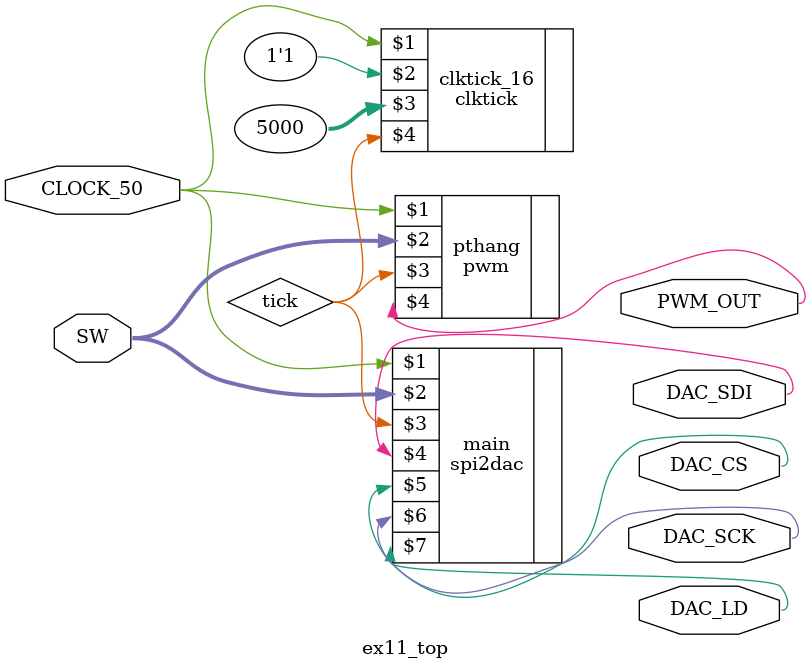
<source format=v>
module ex11_top(
	SW,
	CLOCK_50,
	DAC_CS,
	DAC_SDI,
	DAC_LD,
	DAC_SCK,
	PWM_OUT
);

input CLOCK_50;
input[9:0] SW;
output DAC_CS, DAC_SDI, DAC_LD, DAC_SCK, PWM_OUT;

wire tick;

clktick clktick_16 (CLOCK_50, 1'b1, 5000, tick);

spi2dac main (CLOCK_50, SW, tick, DAC_SDI, DAC_CS, DAC_SCK, DAC_LD);

pwm pthang (CLOCK_50, SW, tick, PWM_OUT);


endmodule 
</source>
